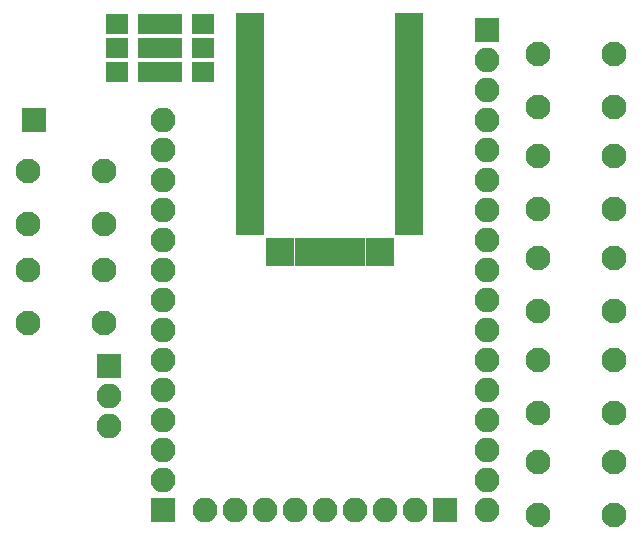
<source format=gbr>
G04 #@! TF.FileFunction,Soldermask,Top*
%FSLAX46Y46*%
G04 Gerber Fmt 4.6, Leading zero omitted, Abs format (unit mm)*
G04 Created by KiCad (PCBNEW 4.0.7) date 02/24/18 18:12:37*
%MOMM*%
%LPD*%
G01*
G04 APERTURE LIST*
%ADD10C,0.100000*%
%ADD11C,2.100000*%
%ADD12R,2.100000X2.100000*%
%ADD13O,2.100000X2.100000*%
%ADD14R,1.900000X1.700000*%
%ADD15R,2.400000X1.200000*%
%ADD16R,1.200000X2.400000*%
G04 APERTURE END LIST*
D10*
D11*
X130452000Y-67492000D03*
X123952000Y-67492000D03*
X130452000Y-62992000D03*
X123952000Y-62992000D03*
D12*
X135382000Y-91694000D03*
D13*
X135382000Y-89154000D03*
X135382000Y-86614000D03*
X135382000Y-84074000D03*
X135382000Y-81534000D03*
X135382000Y-78994000D03*
X135382000Y-76454000D03*
X135382000Y-73914000D03*
X135382000Y-71374000D03*
X135382000Y-68834000D03*
X135382000Y-66294000D03*
X135382000Y-63754000D03*
X135382000Y-61214000D03*
X135382000Y-58674000D03*
D12*
X162814000Y-51054000D03*
D13*
X162814000Y-53594000D03*
X162814000Y-56134000D03*
X162814000Y-58674000D03*
X162814000Y-61214000D03*
X162814000Y-63754000D03*
X162814000Y-66294000D03*
X162814000Y-68834000D03*
X162814000Y-71374000D03*
X162814000Y-73914000D03*
X162814000Y-76454000D03*
X162814000Y-78994000D03*
X162814000Y-81534000D03*
X162814000Y-84074000D03*
X162814000Y-86614000D03*
X162814000Y-89154000D03*
X162814000Y-91694000D03*
D14*
X138764000Y-50546000D03*
X136064000Y-50546000D03*
X138764000Y-52578000D03*
X136064000Y-52578000D03*
X138764000Y-54610000D03*
X136064000Y-54610000D03*
X134192000Y-50546000D03*
X131492000Y-50546000D03*
X134192000Y-52578000D03*
X131492000Y-52578000D03*
X134192000Y-54610000D03*
X131492000Y-54610000D03*
D15*
X142748000Y-50250000D03*
X142748000Y-51350000D03*
X142748000Y-52450000D03*
X142748000Y-53550000D03*
X142748000Y-54650000D03*
X142748000Y-55750000D03*
X142748000Y-56850000D03*
X142748000Y-57950000D03*
X142748000Y-59050000D03*
X142748000Y-60150000D03*
X142748000Y-61250000D03*
X142748000Y-62350000D03*
X142748000Y-63450000D03*
X142748000Y-64550000D03*
X142748000Y-65650000D03*
X142748000Y-66750000D03*
X142748000Y-67850000D03*
D16*
X144748000Y-69850000D03*
X145948000Y-69850000D03*
X147148000Y-69850000D03*
X148348000Y-69850000D03*
X149548000Y-69850000D03*
X150748000Y-69850000D03*
X151948000Y-69850000D03*
X153148000Y-69850000D03*
X154348000Y-69850000D03*
D15*
X156248000Y-50250000D03*
X156248000Y-51350000D03*
X156248000Y-52450000D03*
X156248000Y-53550000D03*
X156248000Y-54650000D03*
X156248000Y-55750000D03*
X156248000Y-56850000D03*
X156248000Y-57950000D03*
X156248000Y-59050000D03*
X156248000Y-60150000D03*
X156248000Y-61250000D03*
X156248000Y-62350000D03*
X156248000Y-63450000D03*
X156248000Y-64550000D03*
X156248000Y-65650000D03*
X156248000Y-66750000D03*
X156248000Y-67850000D03*
D12*
X130810000Y-79502000D03*
D13*
X130810000Y-82042000D03*
X130810000Y-84582000D03*
D12*
X159258000Y-91694000D03*
D13*
X156718000Y-91694000D03*
X154178000Y-91694000D03*
X151638000Y-91694000D03*
X149098000Y-91694000D03*
X146558000Y-91694000D03*
X144018000Y-91694000D03*
X141478000Y-91694000D03*
X138938000Y-91694000D03*
D12*
X124460000Y-58674000D03*
D11*
X173632000Y-57586000D03*
X167132000Y-57586000D03*
X173632000Y-53086000D03*
X167132000Y-53086000D03*
X173632000Y-66222000D03*
X167132000Y-66222000D03*
X173632000Y-61722000D03*
X167132000Y-61722000D03*
X173632000Y-74858000D03*
X167132000Y-74858000D03*
X173632000Y-70358000D03*
X167132000Y-70358000D03*
X173632000Y-83494000D03*
X167132000Y-83494000D03*
X173632000Y-78994000D03*
X167132000Y-78994000D03*
X173632000Y-92130000D03*
X167132000Y-92130000D03*
X173632000Y-87630000D03*
X167132000Y-87630000D03*
X130452000Y-75874000D03*
X123952000Y-75874000D03*
X130452000Y-71374000D03*
X123952000Y-71374000D03*
M02*

</source>
